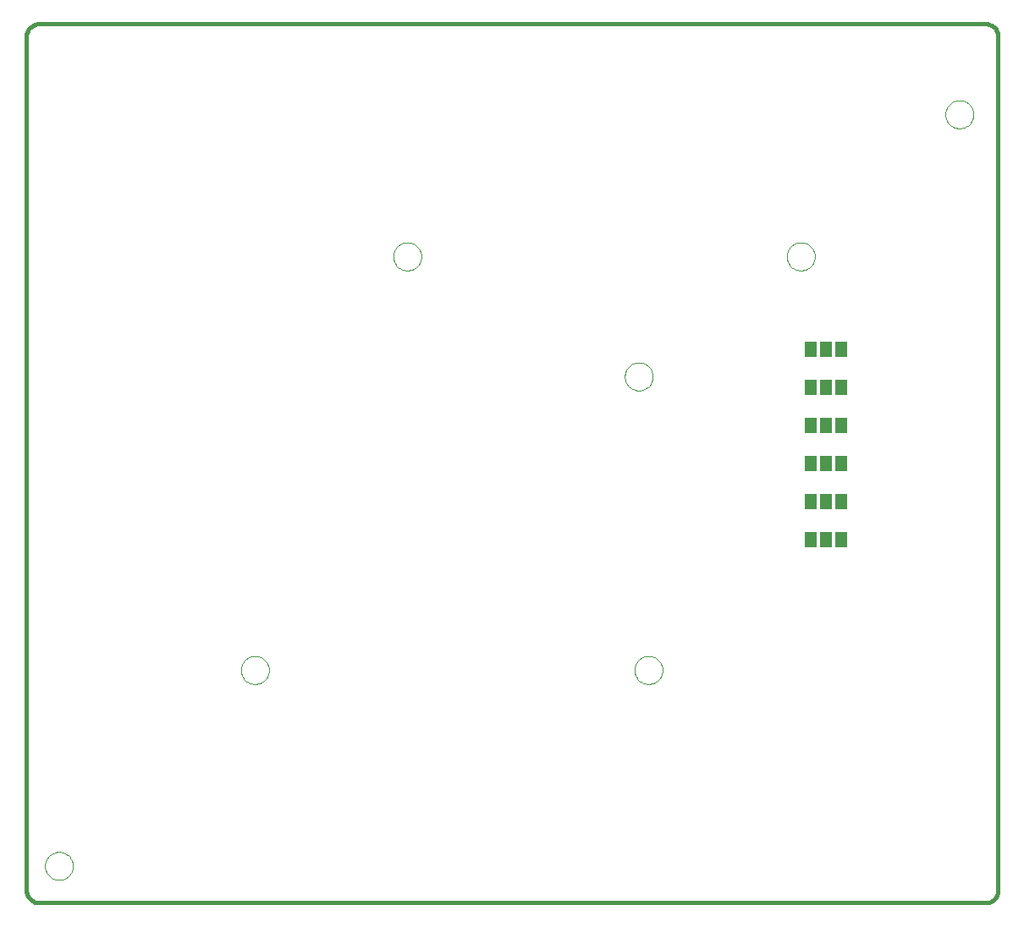
<source format=gbp>
G75*
%MOIN*%
%OFA0B0*%
%FSLAX24Y24*%
%IPPOS*%
%LPD*%
%AMOC8*
5,1,8,0,0,1.08239X$1,22.5*
%
%ADD10C,0.0160*%
%ADD11C,0.0000*%
%ADD12R,0.0460X0.0630*%
D10*
X008367Y005257D02*
X008367Y038903D01*
X008369Y038947D01*
X008375Y038990D01*
X008384Y039032D01*
X008397Y039074D01*
X008414Y039114D01*
X008434Y039153D01*
X008457Y039190D01*
X008484Y039224D01*
X008513Y039257D01*
X008546Y039286D01*
X008580Y039313D01*
X008617Y039336D01*
X008656Y039356D01*
X008696Y039373D01*
X008738Y039386D01*
X008780Y039395D01*
X008823Y039401D01*
X008867Y039403D01*
X046135Y039403D01*
X046179Y039401D01*
X046222Y039395D01*
X046264Y039386D01*
X046306Y039373D01*
X046346Y039356D01*
X046385Y039336D01*
X046422Y039313D01*
X046456Y039286D01*
X046489Y039257D01*
X046518Y039224D01*
X046545Y039190D01*
X046568Y039153D01*
X046588Y039114D01*
X046605Y039074D01*
X046618Y039032D01*
X046627Y038990D01*
X046633Y038947D01*
X046635Y038903D01*
X046635Y005257D01*
X046633Y005213D01*
X046627Y005170D01*
X046618Y005128D01*
X046605Y005086D01*
X046588Y005046D01*
X046568Y005007D01*
X046545Y004970D01*
X046518Y004936D01*
X046489Y004903D01*
X046456Y004874D01*
X046422Y004847D01*
X046385Y004824D01*
X046346Y004804D01*
X046306Y004787D01*
X046264Y004774D01*
X046222Y004765D01*
X046179Y004759D01*
X046135Y004757D01*
X008867Y004757D01*
X008823Y004759D01*
X008780Y004765D01*
X008738Y004774D01*
X008696Y004787D01*
X008656Y004804D01*
X008617Y004824D01*
X008580Y004847D01*
X008546Y004874D01*
X008513Y004903D01*
X008484Y004936D01*
X008457Y004970D01*
X008434Y005007D01*
X008414Y005046D01*
X008397Y005086D01*
X008384Y005128D01*
X008375Y005170D01*
X008369Y005213D01*
X008367Y005257D01*
D11*
X009101Y006212D02*
X009103Y006259D01*
X009109Y006305D01*
X009119Y006351D01*
X009132Y006396D01*
X009150Y006439D01*
X009171Y006481D01*
X009195Y006521D01*
X009223Y006558D01*
X009254Y006593D01*
X009288Y006626D01*
X009324Y006655D01*
X009363Y006681D01*
X009404Y006704D01*
X009447Y006723D01*
X009491Y006739D01*
X009536Y006751D01*
X009582Y006759D01*
X009629Y006763D01*
X009675Y006763D01*
X009722Y006759D01*
X009768Y006751D01*
X009813Y006739D01*
X009857Y006723D01*
X009900Y006704D01*
X009941Y006681D01*
X009980Y006655D01*
X010016Y006626D01*
X010050Y006593D01*
X010081Y006558D01*
X010109Y006521D01*
X010133Y006481D01*
X010154Y006439D01*
X010172Y006396D01*
X010185Y006351D01*
X010195Y006305D01*
X010201Y006259D01*
X010203Y006212D01*
X010201Y006165D01*
X010195Y006119D01*
X010185Y006073D01*
X010172Y006028D01*
X010154Y005985D01*
X010133Y005943D01*
X010109Y005903D01*
X010081Y005866D01*
X010050Y005831D01*
X010016Y005798D01*
X009980Y005769D01*
X009941Y005743D01*
X009900Y005720D01*
X009857Y005701D01*
X009813Y005685D01*
X009768Y005673D01*
X009722Y005665D01*
X009675Y005661D01*
X009629Y005661D01*
X009582Y005665D01*
X009536Y005673D01*
X009491Y005685D01*
X009447Y005701D01*
X009404Y005720D01*
X009363Y005743D01*
X009324Y005769D01*
X009288Y005798D01*
X009254Y005831D01*
X009223Y005866D01*
X009195Y005903D01*
X009171Y005943D01*
X009150Y005985D01*
X009132Y006028D01*
X009119Y006073D01*
X009109Y006119D01*
X009103Y006165D01*
X009101Y006212D01*
X016816Y013932D02*
X016818Y013979D01*
X016824Y014025D01*
X016834Y014071D01*
X016847Y014116D01*
X016865Y014159D01*
X016886Y014201D01*
X016910Y014241D01*
X016938Y014278D01*
X016969Y014313D01*
X017003Y014346D01*
X017039Y014375D01*
X017078Y014401D01*
X017119Y014424D01*
X017162Y014443D01*
X017206Y014459D01*
X017251Y014471D01*
X017297Y014479D01*
X017344Y014483D01*
X017390Y014483D01*
X017437Y014479D01*
X017483Y014471D01*
X017528Y014459D01*
X017572Y014443D01*
X017615Y014424D01*
X017656Y014401D01*
X017695Y014375D01*
X017731Y014346D01*
X017765Y014313D01*
X017796Y014278D01*
X017824Y014241D01*
X017848Y014201D01*
X017869Y014159D01*
X017887Y014116D01*
X017900Y014071D01*
X017910Y014025D01*
X017916Y013979D01*
X017918Y013932D01*
X017916Y013885D01*
X017910Y013839D01*
X017900Y013793D01*
X017887Y013748D01*
X017869Y013705D01*
X017848Y013663D01*
X017824Y013623D01*
X017796Y013586D01*
X017765Y013551D01*
X017731Y013518D01*
X017695Y013489D01*
X017656Y013463D01*
X017615Y013440D01*
X017572Y013421D01*
X017528Y013405D01*
X017483Y013393D01*
X017437Y013385D01*
X017390Y013381D01*
X017344Y013381D01*
X017297Y013385D01*
X017251Y013393D01*
X017206Y013405D01*
X017162Y013421D01*
X017119Y013440D01*
X017078Y013463D01*
X017039Y013489D01*
X017003Y013518D01*
X016969Y013551D01*
X016938Y013586D01*
X016910Y013623D01*
X016886Y013663D01*
X016865Y013705D01*
X016847Y013748D01*
X016834Y013793D01*
X016824Y013839D01*
X016818Y013885D01*
X016816Y013932D01*
X031936Y025502D02*
X031938Y025549D01*
X031944Y025595D01*
X031954Y025641D01*
X031967Y025686D01*
X031985Y025729D01*
X032006Y025771D01*
X032030Y025811D01*
X032058Y025848D01*
X032089Y025883D01*
X032123Y025916D01*
X032159Y025945D01*
X032198Y025971D01*
X032239Y025994D01*
X032282Y026013D01*
X032326Y026029D01*
X032371Y026041D01*
X032417Y026049D01*
X032464Y026053D01*
X032510Y026053D01*
X032557Y026049D01*
X032603Y026041D01*
X032648Y026029D01*
X032692Y026013D01*
X032735Y025994D01*
X032776Y025971D01*
X032815Y025945D01*
X032851Y025916D01*
X032885Y025883D01*
X032916Y025848D01*
X032944Y025811D01*
X032968Y025771D01*
X032989Y025729D01*
X033007Y025686D01*
X033020Y025641D01*
X033030Y025595D01*
X033036Y025549D01*
X033038Y025502D01*
X033036Y025455D01*
X033030Y025409D01*
X033020Y025363D01*
X033007Y025318D01*
X032989Y025275D01*
X032968Y025233D01*
X032944Y025193D01*
X032916Y025156D01*
X032885Y025121D01*
X032851Y025088D01*
X032815Y025059D01*
X032776Y025033D01*
X032735Y025010D01*
X032692Y024991D01*
X032648Y024975D01*
X032603Y024963D01*
X032557Y024955D01*
X032510Y024951D01*
X032464Y024951D01*
X032417Y024955D01*
X032371Y024963D01*
X032326Y024975D01*
X032282Y024991D01*
X032239Y025010D01*
X032198Y025033D01*
X032159Y025059D01*
X032123Y025088D01*
X032089Y025121D01*
X032058Y025156D01*
X032030Y025193D01*
X032006Y025233D01*
X031985Y025275D01*
X031967Y025318D01*
X031954Y025363D01*
X031944Y025409D01*
X031938Y025455D01*
X031936Y025502D01*
X038316Y030232D02*
X038318Y030279D01*
X038324Y030325D01*
X038334Y030371D01*
X038347Y030416D01*
X038365Y030459D01*
X038386Y030501D01*
X038410Y030541D01*
X038438Y030578D01*
X038469Y030613D01*
X038503Y030646D01*
X038539Y030675D01*
X038578Y030701D01*
X038619Y030724D01*
X038662Y030743D01*
X038706Y030759D01*
X038751Y030771D01*
X038797Y030779D01*
X038844Y030783D01*
X038890Y030783D01*
X038937Y030779D01*
X038983Y030771D01*
X039028Y030759D01*
X039072Y030743D01*
X039115Y030724D01*
X039156Y030701D01*
X039195Y030675D01*
X039231Y030646D01*
X039265Y030613D01*
X039296Y030578D01*
X039324Y030541D01*
X039348Y030501D01*
X039369Y030459D01*
X039387Y030416D01*
X039400Y030371D01*
X039410Y030325D01*
X039416Y030279D01*
X039418Y030232D01*
X039416Y030185D01*
X039410Y030139D01*
X039400Y030093D01*
X039387Y030048D01*
X039369Y030005D01*
X039348Y029963D01*
X039324Y029923D01*
X039296Y029886D01*
X039265Y029851D01*
X039231Y029818D01*
X039195Y029789D01*
X039156Y029763D01*
X039115Y029740D01*
X039072Y029721D01*
X039028Y029705D01*
X038983Y029693D01*
X038937Y029685D01*
X038890Y029681D01*
X038844Y029681D01*
X038797Y029685D01*
X038751Y029693D01*
X038706Y029705D01*
X038662Y029721D01*
X038619Y029740D01*
X038578Y029763D01*
X038539Y029789D01*
X038503Y029818D01*
X038469Y029851D01*
X038438Y029886D01*
X038410Y029923D01*
X038386Y029963D01*
X038365Y030005D01*
X038347Y030048D01*
X038334Y030093D01*
X038324Y030139D01*
X038318Y030185D01*
X038316Y030232D01*
X044566Y035832D02*
X044568Y035879D01*
X044574Y035925D01*
X044584Y035971D01*
X044597Y036016D01*
X044615Y036059D01*
X044636Y036101D01*
X044660Y036141D01*
X044688Y036178D01*
X044719Y036213D01*
X044753Y036246D01*
X044789Y036275D01*
X044828Y036301D01*
X044869Y036324D01*
X044912Y036343D01*
X044956Y036359D01*
X045001Y036371D01*
X045047Y036379D01*
X045094Y036383D01*
X045140Y036383D01*
X045187Y036379D01*
X045233Y036371D01*
X045278Y036359D01*
X045322Y036343D01*
X045365Y036324D01*
X045406Y036301D01*
X045445Y036275D01*
X045481Y036246D01*
X045515Y036213D01*
X045546Y036178D01*
X045574Y036141D01*
X045598Y036101D01*
X045619Y036059D01*
X045637Y036016D01*
X045650Y035971D01*
X045660Y035925D01*
X045666Y035879D01*
X045668Y035832D01*
X045666Y035785D01*
X045660Y035739D01*
X045650Y035693D01*
X045637Y035648D01*
X045619Y035605D01*
X045598Y035563D01*
X045574Y035523D01*
X045546Y035486D01*
X045515Y035451D01*
X045481Y035418D01*
X045445Y035389D01*
X045406Y035363D01*
X045365Y035340D01*
X045322Y035321D01*
X045278Y035305D01*
X045233Y035293D01*
X045187Y035285D01*
X045140Y035281D01*
X045094Y035281D01*
X045047Y035285D01*
X045001Y035293D01*
X044956Y035305D01*
X044912Y035321D01*
X044869Y035340D01*
X044828Y035363D01*
X044789Y035389D01*
X044753Y035418D01*
X044719Y035451D01*
X044688Y035486D01*
X044660Y035523D01*
X044636Y035563D01*
X044615Y035605D01*
X044597Y035648D01*
X044584Y035693D01*
X044574Y035739D01*
X044568Y035785D01*
X044566Y035832D01*
X022816Y030232D02*
X022818Y030279D01*
X022824Y030325D01*
X022834Y030371D01*
X022847Y030416D01*
X022865Y030459D01*
X022886Y030501D01*
X022910Y030541D01*
X022938Y030578D01*
X022969Y030613D01*
X023003Y030646D01*
X023039Y030675D01*
X023078Y030701D01*
X023119Y030724D01*
X023162Y030743D01*
X023206Y030759D01*
X023251Y030771D01*
X023297Y030779D01*
X023344Y030783D01*
X023390Y030783D01*
X023437Y030779D01*
X023483Y030771D01*
X023528Y030759D01*
X023572Y030743D01*
X023615Y030724D01*
X023656Y030701D01*
X023695Y030675D01*
X023731Y030646D01*
X023765Y030613D01*
X023796Y030578D01*
X023824Y030541D01*
X023848Y030501D01*
X023869Y030459D01*
X023887Y030416D01*
X023900Y030371D01*
X023910Y030325D01*
X023916Y030279D01*
X023918Y030232D01*
X023916Y030185D01*
X023910Y030139D01*
X023900Y030093D01*
X023887Y030048D01*
X023869Y030005D01*
X023848Y029963D01*
X023824Y029923D01*
X023796Y029886D01*
X023765Y029851D01*
X023731Y029818D01*
X023695Y029789D01*
X023656Y029763D01*
X023615Y029740D01*
X023572Y029721D01*
X023528Y029705D01*
X023483Y029693D01*
X023437Y029685D01*
X023390Y029681D01*
X023344Y029681D01*
X023297Y029685D01*
X023251Y029693D01*
X023206Y029705D01*
X023162Y029721D01*
X023119Y029740D01*
X023078Y029763D01*
X023039Y029789D01*
X023003Y029818D01*
X022969Y029851D01*
X022938Y029886D01*
X022910Y029923D01*
X022886Y029963D01*
X022865Y030005D01*
X022847Y030048D01*
X022834Y030093D01*
X022824Y030139D01*
X022818Y030185D01*
X022816Y030232D01*
X032316Y013932D02*
X032318Y013979D01*
X032324Y014025D01*
X032334Y014071D01*
X032347Y014116D01*
X032365Y014159D01*
X032386Y014201D01*
X032410Y014241D01*
X032438Y014278D01*
X032469Y014313D01*
X032503Y014346D01*
X032539Y014375D01*
X032578Y014401D01*
X032619Y014424D01*
X032662Y014443D01*
X032706Y014459D01*
X032751Y014471D01*
X032797Y014479D01*
X032844Y014483D01*
X032890Y014483D01*
X032937Y014479D01*
X032983Y014471D01*
X033028Y014459D01*
X033072Y014443D01*
X033115Y014424D01*
X033156Y014401D01*
X033195Y014375D01*
X033231Y014346D01*
X033265Y014313D01*
X033296Y014278D01*
X033324Y014241D01*
X033348Y014201D01*
X033369Y014159D01*
X033387Y014116D01*
X033400Y014071D01*
X033410Y014025D01*
X033416Y013979D01*
X033418Y013932D01*
X033416Y013885D01*
X033410Y013839D01*
X033400Y013793D01*
X033387Y013748D01*
X033369Y013705D01*
X033348Y013663D01*
X033324Y013623D01*
X033296Y013586D01*
X033265Y013551D01*
X033231Y013518D01*
X033195Y013489D01*
X033156Y013463D01*
X033115Y013440D01*
X033072Y013421D01*
X033028Y013405D01*
X032983Y013393D01*
X032937Y013385D01*
X032890Y013381D01*
X032844Y013381D01*
X032797Y013385D01*
X032751Y013393D01*
X032706Y013405D01*
X032662Y013421D01*
X032619Y013440D01*
X032578Y013463D01*
X032539Y013489D01*
X032503Y013518D01*
X032469Y013551D01*
X032438Y013586D01*
X032410Y013623D01*
X032386Y013663D01*
X032365Y013705D01*
X032347Y013748D01*
X032334Y013793D01*
X032324Y013839D01*
X032318Y013885D01*
X032316Y013932D01*
D12*
X039267Y019082D03*
X039867Y019082D03*
X040467Y019082D03*
X040467Y020582D03*
X039867Y020582D03*
X039267Y020582D03*
X039267Y022082D03*
X039867Y022082D03*
X040467Y022082D03*
X040467Y023582D03*
X039867Y023582D03*
X039267Y023582D03*
X039267Y025082D03*
X039867Y025082D03*
X040467Y025082D03*
X040467Y026582D03*
X039867Y026582D03*
X039267Y026582D03*
M02*

</source>
